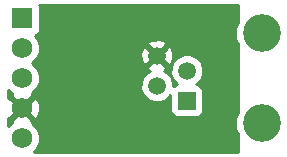
<source format=gbl>
G04 (created by PCBNEW (22-Jun-2014 BZR 4027)-stable) date Wed 04 Apr 2018 07:30:33 PM CDT*
%MOIN*%
G04 Gerber Fmt 3.4, Leading zero omitted, Abs format*
%FSLAX34Y34*%
G01*
G70*
G90*
G04 APERTURE LIST*
%ADD10C,0.00590551*%
%ADD11R,0.069X0.069*%
%ADD12C,0.069*%
%ADD13C,0.059*%
%ADD14R,0.059X0.059*%
%ADD15C,0.125984*%
%ADD16O,0.059X0.059*%
%ADD17C,0.01*%
G04 APERTURE END LIST*
G54D10*
G54D11*
X68500Y-41750D03*
G54D12*
X68500Y-42750D03*
X68500Y-43750D03*
X68500Y-44750D03*
X68500Y-45750D03*
G54D13*
X73000Y-44000D03*
X73000Y-43000D03*
G54D14*
X74000Y-44500D03*
G54D13*
X74000Y-43500D03*
G54D15*
X76500Y-42251D03*
X76500Y-45251D03*
G54D14*
X71000Y-42250D03*
G54D16*
X71000Y-45250D03*
G54D10*
G36*
X75700Y-46200D02*
X74545Y-46200D01*
X74545Y-43392D01*
X74462Y-43191D01*
X74309Y-43038D01*
X74108Y-42955D01*
X73892Y-42954D01*
X73691Y-43037D01*
X73549Y-43179D01*
X73549Y-43080D01*
X73538Y-42864D01*
X73477Y-42715D01*
X73382Y-42688D01*
X73311Y-42759D01*
X73311Y-42617D01*
X73284Y-42522D01*
X73080Y-42450D01*
X72864Y-42461D01*
X72715Y-42522D01*
X72688Y-42617D01*
X73000Y-42929D01*
X73311Y-42617D01*
X73311Y-42759D01*
X73070Y-43000D01*
X73382Y-43311D01*
X73477Y-43284D01*
X73549Y-43080D01*
X73549Y-43179D01*
X73538Y-43190D01*
X73455Y-43391D01*
X73454Y-43607D01*
X73537Y-43808D01*
X73684Y-43954D01*
X73655Y-43954D01*
X73563Y-43992D01*
X73544Y-44011D01*
X73545Y-43892D01*
X73462Y-43691D01*
X73309Y-43538D01*
X73223Y-43502D01*
X73284Y-43477D01*
X73311Y-43382D01*
X73000Y-43070D01*
X72929Y-43141D01*
X72929Y-43000D01*
X72617Y-42688D01*
X72522Y-42715D01*
X72450Y-42919D01*
X72461Y-43135D01*
X72522Y-43284D01*
X72617Y-43311D01*
X72929Y-43000D01*
X72929Y-43141D01*
X72688Y-43382D01*
X72715Y-43477D01*
X72781Y-43500D01*
X72691Y-43537D01*
X72538Y-43690D01*
X72455Y-43891D01*
X72454Y-44107D01*
X72537Y-44308D01*
X72690Y-44461D01*
X72891Y-44544D01*
X73107Y-44545D01*
X73308Y-44462D01*
X73454Y-44315D01*
X73454Y-44844D01*
X73492Y-44936D01*
X73563Y-45006D01*
X73655Y-45044D01*
X73754Y-45045D01*
X74344Y-45045D01*
X74436Y-45007D01*
X74506Y-44936D01*
X74544Y-44844D01*
X74545Y-44745D01*
X74545Y-44155D01*
X74507Y-44063D01*
X74436Y-43993D01*
X74344Y-43955D01*
X74315Y-43955D01*
X74461Y-43809D01*
X74544Y-43608D01*
X74545Y-43392D01*
X74545Y-46200D01*
X69099Y-46200D01*
X69099Y-44842D01*
X69089Y-44606D01*
X69018Y-44435D01*
X68918Y-44402D01*
X68570Y-44750D01*
X68918Y-45097D01*
X69018Y-45064D01*
X69099Y-44842D01*
X69099Y-46200D01*
X68891Y-46200D01*
X69004Y-46087D01*
X69094Y-45868D01*
X69095Y-45632D01*
X69004Y-45413D01*
X68837Y-45245D01*
X68824Y-45240D01*
X68847Y-45168D01*
X68500Y-44820D01*
X68152Y-45168D01*
X68175Y-45240D01*
X68163Y-45245D01*
X68050Y-45358D01*
X68050Y-45087D01*
X68081Y-45097D01*
X68429Y-44750D01*
X68081Y-44402D01*
X68050Y-44412D01*
X68050Y-44141D01*
X68162Y-44254D01*
X68175Y-44259D01*
X68152Y-44331D01*
X68500Y-44679D01*
X68847Y-44331D01*
X68824Y-44259D01*
X68836Y-44254D01*
X69004Y-44087D01*
X69094Y-43868D01*
X69095Y-43632D01*
X69004Y-43413D01*
X68841Y-43249D01*
X69004Y-43087D01*
X69094Y-42868D01*
X69095Y-42632D01*
X69004Y-42413D01*
X68924Y-42332D01*
X68986Y-42307D01*
X69056Y-42236D01*
X69094Y-42144D01*
X69095Y-42045D01*
X69095Y-41355D01*
X69072Y-41300D01*
X75700Y-41300D01*
X75700Y-41884D01*
X75620Y-42076D01*
X75619Y-42426D01*
X75700Y-42620D01*
X75700Y-44884D01*
X75620Y-45076D01*
X75619Y-45426D01*
X75700Y-45620D01*
X75700Y-46200D01*
X75700Y-46200D01*
G37*
G54D17*
X75700Y-46200D02*
X74545Y-46200D01*
X74545Y-43392D01*
X74462Y-43191D01*
X74309Y-43038D01*
X74108Y-42955D01*
X73892Y-42954D01*
X73691Y-43037D01*
X73549Y-43179D01*
X73549Y-43080D01*
X73538Y-42864D01*
X73477Y-42715D01*
X73382Y-42688D01*
X73311Y-42759D01*
X73311Y-42617D01*
X73284Y-42522D01*
X73080Y-42450D01*
X72864Y-42461D01*
X72715Y-42522D01*
X72688Y-42617D01*
X73000Y-42929D01*
X73311Y-42617D01*
X73311Y-42759D01*
X73070Y-43000D01*
X73382Y-43311D01*
X73477Y-43284D01*
X73549Y-43080D01*
X73549Y-43179D01*
X73538Y-43190D01*
X73455Y-43391D01*
X73454Y-43607D01*
X73537Y-43808D01*
X73684Y-43954D01*
X73655Y-43954D01*
X73563Y-43992D01*
X73544Y-44011D01*
X73545Y-43892D01*
X73462Y-43691D01*
X73309Y-43538D01*
X73223Y-43502D01*
X73284Y-43477D01*
X73311Y-43382D01*
X73000Y-43070D01*
X72929Y-43141D01*
X72929Y-43000D01*
X72617Y-42688D01*
X72522Y-42715D01*
X72450Y-42919D01*
X72461Y-43135D01*
X72522Y-43284D01*
X72617Y-43311D01*
X72929Y-43000D01*
X72929Y-43141D01*
X72688Y-43382D01*
X72715Y-43477D01*
X72781Y-43500D01*
X72691Y-43537D01*
X72538Y-43690D01*
X72455Y-43891D01*
X72454Y-44107D01*
X72537Y-44308D01*
X72690Y-44461D01*
X72891Y-44544D01*
X73107Y-44545D01*
X73308Y-44462D01*
X73454Y-44315D01*
X73454Y-44844D01*
X73492Y-44936D01*
X73563Y-45006D01*
X73655Y-45044D01*
X73754Y-45045D01*
X74344Y-45045D01*
X74436Y-45007D01*
X74506Y-44936D01*
X74544Y-44844D01*
X74545Y-44745D01*
X74545Y-44155D01*
X74507Y-44063D01*
X74436Y-43993D01*
X74344Y-43955D01*
X74315Y-43955D01*
X74461Y-43809D01*
X74544Y-43608D01*
X74545Y-43392D01*
X74545Y-46200D01*
X69099Y-46200D01*
X69099Y-44842D01*
X69089Y-44606D01*
X69018Y-44435D01*
X68918Y-44402D01*
X68570Y-44750D01*
X68918Y-45097D01*
X69018Y-45064D01*
X69099Y-44842D01*
X69099Y-46200D01*
X68891Y-46200D01*
X69004Y-46087D01*
X69094Y-45868D01*
X69095Y-45632D01*
X69004Y-45413D01*
X68837Y-45245D01*
X68824Y-45240D01*
X68847Y-45168D01*
X68500Y-44820D01*
X68152Y-45168D01*
X68175Y-45240D01*
X68163Y-45245D01*
X68050Y-45358D01*
X68050Y-45087D01*
X68081Y-45097D01*
X68429Y-44750D01*
X68081Y-44402D01*
X68050Y-44412D01*
X68050Y-44141D01*
X68162Y-44254D01*
X68175Y-44259D01*
X68152Y-44331D01*
X68500Y-44679D01*
X68847Y-44331D01*
X68824Y-44259D01*
X68836Y-44254D01*
X69004Y-44087D01*
X69094Y-43868D01*
X69095Y-43632D01*
X69004Y-43413D01*
X68841Y-43249D01*
X69004Y-43087D01*
X69094Y-42868D01*
X69095Y-42632D01*
X69004Y-42413D01*
X68924Y-42332D01*
X68986Y-42307D01*
X69056Y-42236D01*
X69094Y-42144D01*
X69095Y-42045D01*
X69095Y-41355D01*
X69072Y-41300D01*
X75700Y-41300D01*
X75700Y-41884D01*
X75620Y-42076D01*
X75619Y-42426D01*
X75700Y-42620D01*
X75700Y-44884D01*
X75620Y-45076D01*
X75619Y-45426D01*
X75700Y-45620D01*
X75700Y-46200D01*
M02*

</source>
